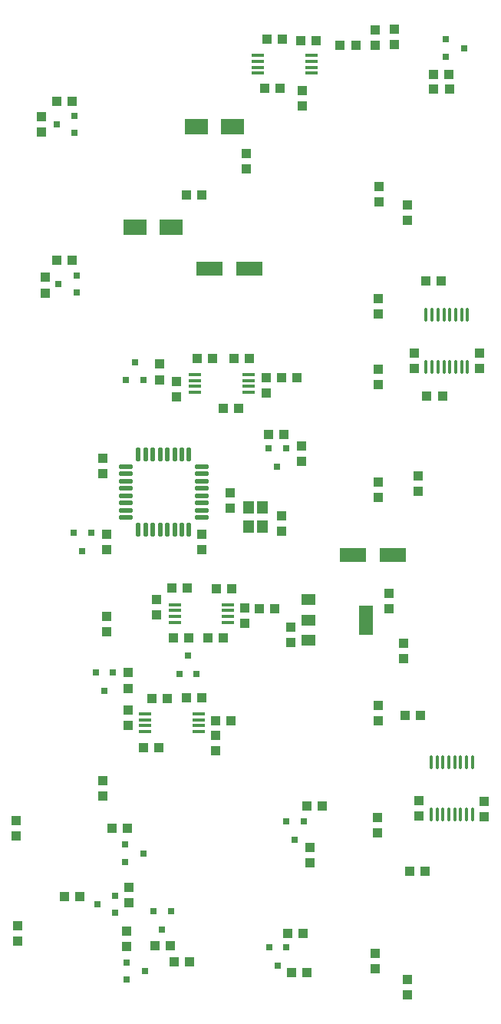
<source format=gtp>
G04 #@! TF.GenerationSoftware,KiCad,Pcbnew,(6.0.5-0)*
G04 #@! TF.CreationDate,2022-07-14T17:11:11-07:00*
G04 #@! TF.ProjectId,SCMplus,53434d70-6c75-4732-9e6b-696361645f70,rev?*
G04 #@! TF.SameCoordinates,PX85b6780PY82ed558*
G04 #@! TF.FileFunction,Paste,Top*
G04 #@! TF.FilePolarity,Positive*
%FSLAX46Y46*%
G04 Gerber Fmt 4.6, Leading zero omitted, Abs format (unit mm)*
G04 Created by KiCad (PCBNEW (6.0.5-0)) date 2022-07-14 17:11:11*
%MOMM*%
%LPD*%
G01*
G04 APERTURE LIST*
G04 Aperture macros list*
%AMRoundRect*
0 Rectangle with rounded corners*
0 $1 Rounding radius*
0 $2 $3 $4 $5 $6 $7 $8 $9 X,Y pos of 4 corners*
0 Add a 4 corners polygon primitive as box body*
4,1,4,$2,$3,$4,$5,$6,$7,$8,$9,$2,$3,0*
0 Add four circle primitives for the rounded corners*
1,1,$1+$1,$2,$3*
1,1,$1+$1,$4,$5*
1,1,$1+$1,$6,$7*
1,1,$1+$1,$8,$9*
0 Add four rect primitives between the rounded corners*
20,1,$1+$1,$2,$3,$4,$5,0*
20,1,$1+$1,$4,$5,$6,$7,0*
20,1,$1+$1,$6,$7,$8,$9,0*
20,1,$1+$1,$8,$9,$2,$3,0*%
G04 Aperture macros list end*
%ADD10R,1.500000X1.200000*%
%ADD11R,1.500000X3.300001*%
%ADD12R,1.000000X1.000000*%
%ADD13R,1.150000X1.400000*%
%ADD14R,1.450000X0.450000*%
%ADD15R,0.800100X0.800100*%
%ADD16R,2.499360X1.800860*%
%ADD17RoundRect,0.100000X-0.100000X0.637500X-0.100000X-0.637500X0.100000X-0.637500X0.100000X0.637500X0*%
%ADD18R,3.000000X1.600000*%
%ADD19RoundRect,0.125000X0.625000X0.125000X-0.625000X0.125000X-0.625000X-0.125000X0.625000X-0.125000X0*%
%ADD20RoundRect,0.125000X0.125000X0.625000X-0.125000X0.625000X-0.125000X-0.625000X0.125000X-0.625000X0*%
G04 APERTURE END LIST*
D10*
X-86238010Y55207006D03*
X-86238010Y52907006D03*
D11*
X-79838010Y52907006D03*
D10*
X-86238010Y50707006D03*
D12*
X-78538000Y80597000D03*
X-78538000Y78897000D03*
X-86980840Y70448960D03*
X-86980840Y72148960D03*
X-97998000Y62437000D03*
X-97998000Y60737000D03*
X-74038000Y31307000D03*
X-74038000Y33007000D03*
D13*
X-92803536Y65385352D03*
X-91303536Y63285352D03*
X-92803536Y63285352D03*
X-91303536Y65385352D03*
D12*
X-71538000Y90377000D03*
X-73238000Y90377000D03*
D14*
X-98358000Y40642000D03*
X-98358000Y41292000D03*
X-98358000Y41942000D03*
X-98358000Y42592000D03*
X-104258000Y42592000D03*
X-104258000Y41942000D03*
X-104258000Y41292000D03*
X-104258000Y40642000D03*
D12*
X-75328000Y11587000D03*
X-75328000Y13287000D03*
X-115298000Y89037000D03*
X-115298000Y90737000D03*
X-93098000Y104407000D03*
X-93098000Y102707000D03*
X-89216864Y62776184D03*
X-89216864Y64476184D03*
X-101418000Y16997000D03*
X-103118000Y16997000D03*
X-103018000Y53517000D03*
X-103018000Y55217000D03*
X-73838000Y42437000D03*
X-75538000Y42437000D03*
X-108518000Y51627000D03*
X-108518000Y53327000D03*
D15*
X-111807240Y89067000D03*
X-111807240Y90967000D03*
X-113806220Y90017000D03*
D12*
X-95628000Y50967000D03*
X-97328000Y50967000D03*
D15*
X-88678000Y16827760D03*
X-90578000Y16827760D03*
X-89628000Y14828780D03*
D12*
X-78468000Y99087000D03*
X-78468000Y100787000D03*
D15*
X-86758000Y30757760D03*
X-88658000Y30757760D03*
X-87708000Y28758780D03*
X-101408000Y20847760D03*
X-103308000Y20847760D03*
X-102358000Y18848780D03*
D12*
X-106108000Y45437000D03*
X-106108000Y47137000D03*
D15*
X-88708000Y71857760D03*
X-90608000Y71857760D03*
X-89658000Y69858780D03*
D12*
X-75698000Y48657000D03*
X-75698000Y50357000D03*
D16*
X-105356980Y96267000D03*
X-101359020Y96267000D03*
D12*
X-78838000Y16187000D03*
X-78838000Y14487000D03*
X-101158000Y50977000D03*
X-99458000Y50977000D03*
X-93228000Y54267000D03*
X-93228000Y52567000D03*
X-99668000Y99817000D03*
X-97968000Y99817000D03*
X-85368000Y116887000D03*
X-87068000Y116887000D03*
X-78488000Y86727000D03*
X-78488000Y88427000D03*
X-88518000Y18377000D03*
X-86818000Y18377000D03*
X-113968000Y92667000D03*
X-112268000Y92667000D03*
X-96458000Y40197000D03*
X-96458000Y38497000D03*
X-111468000Y22457000D03*
X-113168000Y22457000D03*
X-86048000Y27837000D03*
X-86048000Y26137000D03*
D15*
X-107517240Y20667000D03*
X-107517240Y22567000D03*
X-109516220Y21617000D03*
D17*
X-68123000Y37269500D03*
X-68773000Y37269500D03*
X-69423000Y37269500D03*
X-70073000Y37269500D03*
X-70723000Y37269500D03*
X-71373000Y37269500D03*
X-72023000Y37269500D03*
X-72673000Y37269500D03*
X-72673000Y31544500D03*
X-72023000Y31544500D03*
X-71373000Y31544500D03*
X-70723000Y31544500D03*
X-70073000Y31544500D03*
X-69423000Y31544500D03*
X-68773000Y31544500D03*
X-68123000Y31544500D03*
D12*
X-66788000Y31247000D03*
X-66788000Y32947000D03*
X-74128000Y68867000D03*
X-74128000Y67167000D03*
X-90653288Y73415288D03*
X-88953288Y73415288D03*
X-94860744Y65296880D03*
X-94860744Y66996880D03*
X-101297000Y56494000D03*
X-99597000Y56494000D03*
X-113968000Y110197000D03*
X-112268000Y110197000D03*
X-74518000Y80677000D03*
X-74518000Y82377000D03*
X-100818000Y79297000D03*
X-100818000Y77597000D03*
X-93938000Y76327000D03*
X-95638000Y76327000D03*
D18*
X-76908000Y60097000D03*
X-81308000Y60097000D03*
D12*
X-87498000Y79667000D03*
X-89198000Y79667000D03*
X-82708000Y116327000D03*
X-81008000Y116327000D03*
X-106268000Y16977000D03*
X-106268000Y18677000D03*
X-86368000Y32467000D03*
X-84668000Y32467000D03*
X-67358000Y80687000D03*
X-67358000Y82387000D03*
X-86898000Y111327000D03*
X-86898000Y109627000D03*
X-106128000Y41297000D03*
X-106128000Y42997000D03*
D14*
X-85888000Y113262000D03*
X-85888000Y113912000D03*
X-85888000Y114562000D03*
X-85888000Y115212000D03*
X-91788000Y115212000D03*
X-91788000Y114562000D03*
X-91788000Y113912000D03*
X-91788000Y113262000D03*
D12*
X-76748000Y118157000D03*
X-76748000Y116457000D03*
X-88158000Y50457000D03*
X-88158000Y52157000D03*
D14*
X-95078000Y52702000D03*
X-95078000Y53352000D03*
X-95078000Y54002000D03*
X-95078000Y54652000D03*
X-100978000Y54652000D03*
X-100978000Y54002000D03*
X-100978000Y53352000D03*
X-100978000Y52702000D03*
D15*
X-112017240Y106657000D03*
X-112017240Y108557000D03*
X-114016220Y107607000D03*
D12*
X-77288000Y55867000D03*
X-77288000Y54167000D03*
X-78498000Y68207000D03*
X-78498000Y66507000D03*
D15*
X-106428760Y28167000D03*
X-106428760Y26267000D03*
X-104429780Y27217000D03*
D12*
X-101768000Y44337000D03*
X-103468000Y44337000D03*
X-73368000Y25237000D03*
X-75068000Y25237000D03*
X-118438000Y30827000D03*
X-118438000Y29127000D03*
X-90788000Y116987000D03*
X-89088000Y116987000D03*
X-92758000Y81817000D03*
X-94458000Y81817000D03*
X-78558000Y31187000D03*
X-78558000Y29487000D03*
D16*
X-94573060Y107344440D03*
X-98571020Y107344440D03*
D18*
X-97118000Y91667000D03*
X-92718000Y91667000D03*
D15*
X-106331000Y79421240D03*
X-104431000Y79421240D03*
X-105381000Y81420220D03*
D12*
X-104458000Y38877000D03*
X-102758000Y38877000D03*
X-115678000Y106787000D03*
X-115678000Y108487000D03*
X-78518000Y43527000D03*
X-78518000Y41827000D03*
X-118298000Y19227000D03*
X-118298000Y17527000D03*
X-97978000Y44407000D03*
X-99678000Y44407000D03*
X-108898000Y69067000D03*
X-108898000Y70767000D03*
X-105998000Y23467000D03*
X-105998000Y21767000D03*
D14*
X-92828978Y78087000D03*
X-92828978Y78737000D03*
X-92828978Y79387000D03*
X-92828978Y80037000D03*
X-98728978Y80037000D03*
X-98728978Y79387000D03*
X-98728978Y78737000D03*
X-98728978Y78087000D03*
D12*
X-90878978Y79672000D03*
X-90878978Y77972000D03*
X-102678000Y81170000D03*
X-102678000Y79470000D03*
D15*
X-71068760Y116997000D03*
X-71068760Y115097000D03*
X-69069780Y116047000D03*
D12*
X-98518000Y81787000D03*
X-96818000Y81787000D03*
X-88058000Y14047000D03*
X-86358000Y14047000D03*
X-71438000Y77677000D03*
X-73138000Y77677000D03*
D15*
X-110208000Y62577760D03*
X-112108000Y62577760D03*
X-111158000Y60578780D03*
D12*
X-94798000Y41827000D03*
X-96498000Y41827000D03*
D15*
X-107798000Y47147760D03*
X-109698000Y47147760D03*
X-108748000Y45148780D03*
D12*
X-72378000Y111517000D03*
X-70678000Y111517000D03*
X-75328000Y97007000D03*
X-75328000Y98707000D03*
X-108458000Y62447000D03*
X-108458000Y60747000D03*
X-101068000Y15227000D03*
X-99368000Y15227000D03*
X-89938000Y54237000D03*
X-91638000Y54237000D03*
D19*
X-98013000Y64267000D03*
X-98013000Y65067000D03*
X-98013000Y65867000D03*
X-98013000Y66667000D03*
X-98013000Y67467000D03*
X-98013000Y68267000D03*
X-98013000Y69067000D03*
X-98013000Y69867000D03*
D20*
X-99388000Y71242000D03*
X-100188000Y71242000D03*
X-100988000Y71242000D03*
X-101788000Y71242000D03*
X-102588000Y71242000D03*
X-103388000Y71242000D03*
X-104188000Y71242000D03*
X-104988000Y71242000D03*
D19*
X-106363000Y69867000D03*
X-106363000Y69067000D03*
X-106363000Y68267000D03*
X-106363000Y67467000D03*
X-106363000Y66667000D03*
X-106363000Y65867000D03*
X-106363000Y65067000D03*
X-106363000Y64267000D03*
D20*
X-104988000Y62892000D03*
X-104188000Y62892000D03*
X-103388000Y62892000D03*
X-102588000Y62892000D03*
X-101788000Y62892000D03*
X-100988000Y62892000D03*
X-100188000Y62892000D03*
X-99388000Y62892000D03*
D12*
X-106218000Y29957000D03*
X-107918000Y29957000D03*
X-94688000Y56437000D03*
X-96388000Y56437000D03*
X-70688000Y113157000D03*
X-72388000Y113157000D03*
D17*
X-68673000Y86619500D03*
X-69323000Y86619500D03*
X-69973000Y86619500D03*
X-70623000Y86619500D03*
X-71273000Y86619500D03*
X-71923000Y86619500D03*
X-72573000Y86619500D03*
X-73223000Y86619500D03*
X-73223000Y80894500D03*
X-72573000Y80894500D03*
X-71923000Y80894500D03*
X-71273000Y80894500D03*
X-70623000Y80894500D03*
X-69973000Y80894500D03*
X-69323000Y80894500D03*
X-68673000Y80894500D03*
D12*
X-91053752Y111567952D03*
X-89353752Y111567952D03*
D15*
X-100442000Y47007240D03*
X-98542000Y47007240D03*
X-99492000Y49006220D03*
D12*
X-78888000Y118047000D03*
X-78888000Y116347000D03*
D15*
X-106278760Y15187000D03*
X-106278760Y13287000D03*
X-104279780Y14237000D03*
D12*
X-108928000Y33527000D03*
X-108928000Y35227000D03*
M02*

</source>
